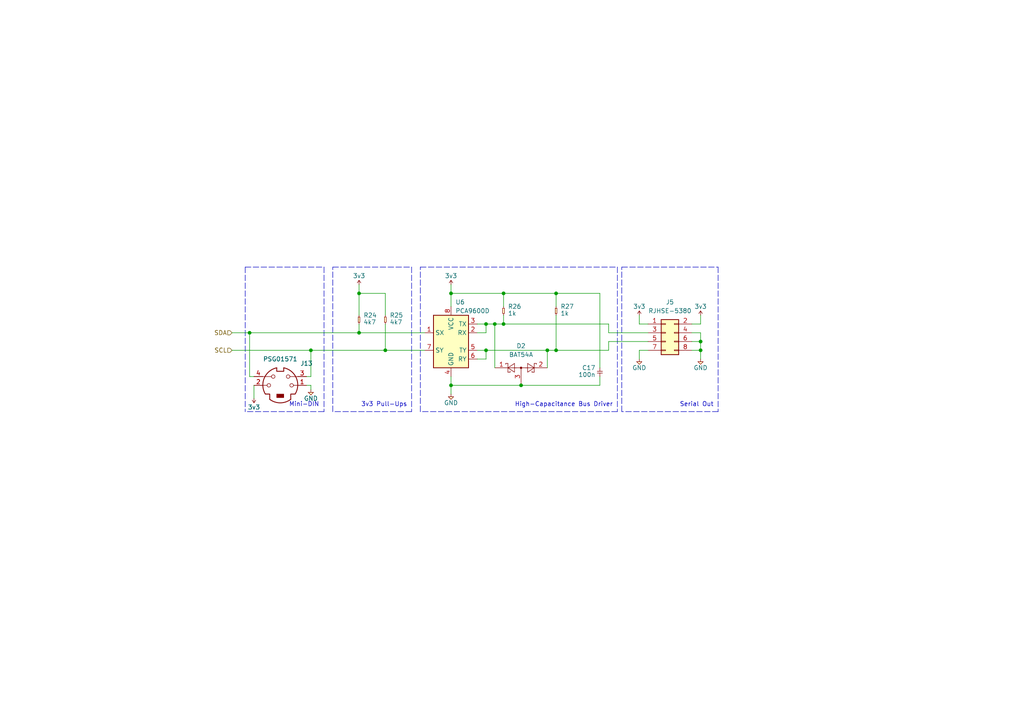
<source format=kicad_sch>
(kicad_sch (version 20211123) (generator eeschema)
  (paper "A4")
  (title_block (title "PROJECT ROYALE INSTRUMENTATION") (date "2021-11-26") (rev "2.1") (company "Cambridge University Spaceflight") (comment 1 "Drawn By Henry Franks"))
  (lib_symbols
    (symbol "Connector:Mini-DIN-4" (pin_names (offset 1.016))
      (property "Reference" "J" (at 0 6.35 0))
      (property "Value" "Mini-DIN-4" (at 0 -6.35 0))
      (symbol "Mini-DIN-4_0_1"
        (circle (center -3.302 0) (radius 0.508))
        (arc (start -3.048 -4.064) (mid 0 -5.08) (end 3.048 -4.064) (stroke (width 0.254)))
        (circle (center -2.032 2.54) (radius 0.508))
        (rectangle (start -1.016 -2.54) (end 1.016 -3.556) (fill (type outline)))
        (arc (start -1.016 5.08) (mid -4.6243 2.1182) (end -4.318 -2.54) (stroke (width 0.254)))
        (polyline (pts (xy -3.81 0) (xy -5.08 0)))
        (polyline (pts (xy -2.54 2.54) (xy -5.08 2.54)))
        (polyline (pts (xy 2.794 2.54) (xy 5.08 2.54)))
        (polyline (pts (xy 5.08 0) (xy 3.81 0)))
        (polyline (pts (xy -4.318 -2.54) (xy -3.048 -2.54) (xy -3.048 -4.064)) (stroke (width 0.254)))
        (polyline (pts (xy 4.318 -2.54) (xy 3.048 -2.54) (xy 3.048 -4.064)) (stroke (width 0.254)))
        (polyline (pts (xy -1.016 5.08) (xy -1.016 4.064) (xy 1.016 4.064) (xy 1.016 5.08)) (stroke (width 0.254)))
        (circle (center 2.286 2.54) (radius 0.508))
        (circle (center 3.302 0) (radius 0.508))
        (arc (start 4.318 -2.54) (mid 4.6646 2.1357) (end 1.016 5.08) (stroke (width 0.254)))
      )
      (symbol "Mini-DIN-4_1_1"
        (pin passive line (at 7.62 0 180) (length 2.54) (name "~") (number "1"))
        (pin passive line (at -7.62 0 0) (length 2.54) (name "~") (number "2"))
        (pin passive line (at 7.62 2.54 180) (length 2.54) (name "~") (number "3"))
        (pin passive line (at -7.62 2.54 0) (length 2.54) (name "~") (number "4"))
      )
    )
    (symbol "Diode:BAT54A" (pin_names (offset 1.016))
      (property "Reference" "D" (at 0.635 -3.81 0))
      (property "Value" "BAT54A" (at -6.35 3.175 0))
      (symbol "BAT54A_0_1"
        (polyline (pts (xy -4.445 1.27) (xy -4.445 1.016)))
        (polyline (pts (xy -3.81 -1.27) (xy -3.81 1.27)))
        (polyline (pts (xy -3.81 -1.27) (xy -3.175 -1.27)))
        (polyline (pts (xy -3.81 0) (xy -1.27 0)))
        (polyline (pts (xy -3.81 1.27) (xy -4.445 1.27)))
        (polyline (pts (xy -3.175 -1.27) (xy -3.175 -1.016)))
        (polyline (pts (xy -1.905 0) (xy 1.905 0)))
        (polyline (pts (xy 1.27 0) (xy 3.81 0)))
        (polyline (pts (xy 3.175 -1.27) (xy 3.175 -1.016)))
        (polyline (pts (xy 3.81 -1.27) (xy 3.175 -1.27)))
        (polyline (pts (xy 3.81 -1.27) (xy 3.81 1.27)))
        (polyline (pts (xy 3.81 1.27) (xy 4.445 1.27)))
        (polyline (pts (xy 4.445 1.27) (xy 4.445 1.016)))
        (polyline (pts (xy -1.905 1.27) (xy -1.905 -1.27) (xy -3.81 0) (xy -1.905 1.27)))
        (polyline (pts (xy 1.905 1.27) (xy 1.905 -1.27) (xy 3.81 0) (xy 1.905 1.27)))
        (circle (center 0 0) (radius 0.254) (fill (type outline)))
      )
      (symbol "BAT54A_1_1"
        (pin passive line (at -7.62 0 0) (length 3.81) (name "~") (number "1"))
        (pin passive line (at 7.62 0 180) (length 3.81) (name "~") (number "2"))
        (pin passive line (at 0 -5.08 90) (length 5.08) (name "~") (number "3"))
      )
    )
    (symbol "cusf-kicad:GND" (power) (pin_numbers hide) (pin_names (offset 1.016) hide)
      (property "Value" "cusf-kicad_GND" (at 0 -2.54 0))
      (symbol "GND_0_1"
        (polyline (pts (xy 0 0) (xy 0 -0.762)))
        (polyline (pts (xy -0.762 -0.762) (xy 0.762 -0.762) (xy 0 -1.524) (xy -0.762 -0.762)) (fill (type background)))
      )
      (symbol "GND_1_1"
        (pin power_in line (at 0 0 180) (length 0) hide (name "GND") (number "1"))
      )
    )
    (symbol "royale:12v" (power) (pin_numbers hide) (pin_names (offset 1.016) hide)
      (property "Value" "12v" (at 0 2.286 0))
      (symbol "12v_0_1"
        (polyline (pts (xy 0 1.27) (xy 0.508 0.508)))
        (polyline (pts (xy 0 0) (xy 0 1.27) (xy -0.508 0.508)))
      )
      (symbol "12v_1_1"
        (pin power_in line (at 0 0 180) (length 0) hide (name "3v3") (number "1"))
      )
    )
    (symbol "royale:3v3" (power) (pin_numbers hide) (pin_names (offset 1.016) hide)
      (property "Value" "3v3" (at 0 2.286 0))
      (symbol "3v3_0_1"
        (polyline (pts (xy 0 1.27) (xy 0.508 0.508)))
        (polyline (pts (xy 0 0) (xy 0 1.27) (xy -0.508 0.508)))
      )
      (symbol "3v3_1_1"
        (pin power_in line (at 0 0 180) (length 0) hide (name "3v3") (number "1"))
      )
    )
    (symbol "royale:C" (pin_numbers hide) (pin_names (offset 1.016) hide)
      (property "Reference" "C" (at 1.27 1.778 0))
      (property "Value" "C" (at 1.27 -1.778 0))
      (symbol "C_0_1"
        (polyline (pts (xy 1.016 0.762) (xy 1.016 -0.762)))
        (polyline (pts (xy 1.524 0.762) (xy 1.524 -0.762)))
      )
      (symbol "C_1_1"
        (pin passive line (at 0 0 0) (length 1.016) (name "~") (number "1"))
        (pin passive line (at 2.54 0 180) (length 1.016) (name "~") (number "2"))
      )
    )
    (symbol "royale:Conn_02x04" (pin_names (offset 1.016) hide)
      (property "Reference" "J" (at 1.27 5.08 0))
      (property "Value" "Conn_02x04" (at 1.27 -7.62 0))
      (symbol "Conn_02x04_1_1"
        (rectangle (start -1.27 -4.953) (end 0 -5.207) (stroke (width 0.1524)))
        (rectangle (start -1.27 -2.413) (end 0 -2.667) (stroke (width 0.1524)))
        (rectangle (start -1.27 0.127) (end 0 -0.127) (stroke (width 0.1524)))
        (rectangle (start -1.27 2.667) (end 0 2.413) (stroke (width 0.1524)))
        (rectangle (start -1.27 3.81) (end 3.81 -6.35) (stroke (width 0.254)) (fill (type background)))
        (rectangle (start 3.81 -4.953) (end 2.54 -5.207) (stroke (width 0.1524)))
        (rectangle (start 3.81 -2.413) (end 2.54 -2.667) (stroke (width 0.1524)))
        (rectangle (start 3.81 0.127) (end 2.54 -0.127) (stroke (width 0.1524)))
        (rectangle (start 3.81 2.667) (end 2.54 2.413) (stroke (width 0.1524)))
        (pin passive line (at -5.08 2.54 0) (length 3.81) (name "Pin_1") (number "1"))
        (pin passive line (at 7.62 2.54 180) (length 3.81) (name "Pin_2") (number "2"))
        (pin passive line (at -5.08 0 0) (length 3.81) (name "Pin_3") (number "3"))
        (pin passive line (at 7.62 0 180) (length 3.81) (name "Pin_4") (number "4"))
        (pin passive line (at -5.08 -2.54 0) (length 3.81) (name "Pin_5") (number "5"))
        (pin passive line (at 7.62 -2.54 180) (length 3.81) (name "Pin_6") (number "6"))
        (pin passive line (at -5.08 -5.08 0) (length 3.81) (name "Pin_7") (number "7"))
        (pin passive line (at 7.62 -5.08 180) (length 3.81) (name "Pin_8") (number "8"))
      )
    )
    (symbol "royale:GND" (power) (pin_numbers hide) (pin_names (offset 1.016) hide)
      (property "Value" "GND" (at 0 -2.54 0))
      (symbol "GND_0_1"
        (polyline (pts (xy 0 0) (xy 0 -0.762)))
        (polyline (pts (xy -0.762 -0.762) (xy 0.762 -0.762) (xy 0 -1.524) (xy -0.762 -0.762)) (fill (type background)))
      )
      (symbol "GND_1_1"
        (pin power_in line (at 0 0 180) (length 0) hide (name "GND") (number "1"))
      )
    )
    (symbol "royale:PCA9600D"
      (property "Reference" "U" (at -5.08 8.89 0))
      (property "Value" "PCA9600D" (at 1.27 8.89 0))
      (symbol "PCA9600D_0_1"
        (rectangle (start -5.08 7.62) (end 5.08 -7.62) (stroke (width 0.254)) (fill (type background)))
      )
      (symbol "PCA9600D_1_1"
        (pin bidirectional line (at -7.62 2.54 0) (length 2.54) (name "SX") (number "1"))
        (pin input line (at 7.62 2.54 180) (length 2.54) (name "RX") (number "2"))
        (pin open_collector line (at 7.62 5.08 180) (length 2.54) (name "TX") (number "3"))
        (pin power_in line (at 0 -10.16 90) (length 2.54) (name "GND") (number "4"))
        (pin open_collector line (at 7.62 -2.54 180) (length 2.54) (name "TY") (number "5"))
        (pin input line (at 7.62 -5.08 180) (length 2.54) (name "RY") (number "6"))
        (pin bidirectional line (at -7.62 -2.54 0) (length 2.54) (name "SY") (number "7"))
        (pin power_in line (at 0 10.16 270) (length 2.54) (name "VCC") (number "8"))
      )
    )
    (symbol "royale:R" (pin_numbers hide) (pin_names (offset 1.016) hide)
      (property "Reference" "R" (at 1.27 1.27 0))
      (property "Value" "R" (at 1.27 -1.27 0))
      (symbol "R_0_1"
        (rectangle (start 0.508 0.254) (end 2.032 -0.254) (fill (type background)))
      )
      (symbol "R_1_1"
        (pin passive line (at 0 0 0) (length 0.508) (name "~") (number "1"))
        (pin passive line (at 2.54 0 180) (length 0.508) (name "~") (number "2"))
      )
    )
  )
  (junction (at 158.75 101.6))
  (junction (at 151.13 111.76))
  (junction (at 90.17 101.6))
  (junction (at 146.05 93.98))
  (junction (at 130.81 111.76))
  (junction (at 130.81 85.09))
  (junction (at 104.14 85.09))
  (junction (at 140.97 101.6))
  (junction (at 161.29 101.6))
  (junction (at 104.14 96.52))
  (junction (at 203.2 99.06))
  (junction (at 143.51 93.98))
  (junction (at 146.05 85.09))
  (junction (at 140.97 93.98))
  (junction (at 203.2 101.6))
  (junction (at 111.76 101.6))
  (junction (at 72.39 96.52))
  (junction (at 161.29 85.09))
  (wire (pts (xy 161.29 88.9) (xy 161.29 85.09)))
  (wire (pts (xy 185.42 93.98) (xy 185.42 91.44)))
  (wire (pts (xy 146.05 85.09) (xy 130.81 85.09)))
  (wire (pts (xy 67.31 101.6) (xy 90.17 101.6)))
  (wire (pts (xy 143.51 93.98) (xy 143.51 106.68)))
  (wire (pts (xy 72.39 96.52) (xy 104.14 96.52)))
  (wire (pts (xy 146.05 88.9) (xy 146.05 85.09)))
  (wire (pts (xy 200.66 93.98) (xy 203.2 93.98)))
  (wire (pts (xy 176.53 99.06) (xy 176.53 101.6)))
  (wire (pts (xy 138.43 93.98) (xy 140.97 93.98)))
  (wire (pts (xy 173.99 111.76) (xy 173.99 109.22)))
  (wire (pts (xy 151.13 111.76) (xy 173.99 111.76)))
  (polyline (pts (xy 179.07 119.38) (xy 121.92 119.38)))
  (polyline (pts (xy 180.34 119.38) (xy 180.34 77.47)))
  (wire (pts (xy 146.05 93.98) (xy 176.53 93.98)))
  (wire (pts (xy 200.66 96.52) (xy 203.2 96.52)))
  (wire (pts (xy 138.43 104.14) (xy 140.97 104.14)))
  (polyline (pts (xy 93.98 77.47) (xy 93.98 119.38)))
  (wire (pts (xy 104.14 91.44) (xy 104.14 85.09)))
  (polyline (pts (xy 208.28 119.38) (xy 180.34 119.38)))
  (wire (pts (xy 111.76 85.09) (xy 111.76 91.44)))
  (wire (pts (xy 88.9 111.76) (xy 90.17 111.76)))
  (polyline (pts (xy 119.38 119.38) (xy 96.52 119.38)))
  (wire (pts (xy 90.17 109.22) (xy 90.17 101.6)))
  (wire (pts (xy 73.66 109.22) (xy 72.39 109.22)))
  (wire (pts (xy 130.81 88.9) (xy 130.81 85.09)))
  (wire (pts (xy 173.99 85.09) (xy 161.29 85.09)))
  (polyline (pts (xy 121.92 77.47) (xy 179.07 77.47)))
  (wire (pts (xy 130.81 85.09) (xy 130.81 82.55)))
  (wire (pts (xy 88.9 109.22) (xy 90.17 109.22)))
  (wire (pts (xy 130.81 111.76) (xy 151.13 111.76)))
  (wire (pts (xy 173.99 106.68) (xy 173.99 85.09)))
  (polyline (pts (xy 71.12 77.47) (xy 71.12 119.38)))
  (wire (pts (xy 185.42 101.6) (xy 185.42 104.14)))
  (wire (pts (xy 161.29 101.6) (xy 176.53 101.6)))
  (polyline (pts (xy 96.52 119.38) (xy 96.52 77.47)))
  (wire (pts (xy 67.31 96.52) (xy 72.39 96.52)))
  (wire (pts (xy 140.97 96.52) (xy 140.97 93.98)))
  (polyline (pts (xy 208.28 77.47) (xy 208.28 119.38)))
  (wire (pts (xy 158.75 101.6) (xy 161.29 101.6)))
  (wire (pts (xy 138.43 96.52) (xy 140.97 96.52)))
  (wire (pts (xy 200.66 99.06) (xy 203.2 99.06)))
  (wire (pts (xy 203.2 101.6) (xy 203.2 104.14)))
  (wire (pts (xy 104.14 85.09) (xy 111.76 85.09)))
  (wire (pts (xy 73.66 111.76) (xy 73.66 115.57)))
  (wire (pts (xy 130.81 109.22) (xy 130.81 111.76)))
  (wire (pts (xy 104.14 96.52) (xy 104.14 93.98)))
  (wire (pts (xy 158.75 101.6) (xy 158.75 106.68)))
  (wire (pts (xy 90.17 111.76) (xy 90.17 113.03)))
  (polyline (pts (xy 96.52 77.47) (xy 119.38 77.47)))
  (polyline (pts (xy 179.07 77.47) (xy 179.07 119.38)))
  (wire (pts (xy 130.81 111.76) (xy 130.81 114.3)))
  (wire (pts (xy 123.19 96.52) (xy 104.14 96.52)))
  (polyline (pts (xy 93.98 119.38) (xy 71.12 119.38)))
  (polyline (pts (xy 180.34 77.47) (xy 208.28 77.47)))
  (polyline (pts (xy 119.38 77.47) (xy 119.38 119.38)))
  (wire (pts (xy 111.76 101.6) (xy 123.19 101.6)))
  (polyline (pts (xy 71.12 77.47) (xy 93.98 77.47)))
  (wire (pts (xy 90.17 101.6) (xy 111.76 101.6)))
  (wire (pts (xy 140.97 93.98) (xy 143.51 93.98)))
  (polyline (pts (xy 121.92 119.38) (xy 121.92 77.47)))
  (wire (pts (xy 72.39 96.52) (xy 72.39 109.22)))
  (wire (pts (xy 161.29 91.44) (xy 161.29 101.6)))
  (wire (pts (xy 146.05 93.98) (xy 146.05 91.44)))
  (wire (pts (xy 140.97 101.6) (xy 158.75 101.6)))
  (wire (pts (xy 161.29 85.09) (xy 146.05 85.09)))
  (wire (pts (xy 200.66 101.6) (xy 203.2 101.6)))
  (wire (pts (xy 203.2 96.52) (xy 203.2 99.06)))
  (wire (pts (xy 176.53 99.06) (xy 187.96 99.06)))
  (wire (pts (xy 203.2 99.06) (xy 203.2 101.6)))
  (wire (pts (xy 203.2 93.98) (xy 203.2 91.44)))
  (wire (pts (xy 176.53 96.52) (xy 187.96 96.52)))
  (wire (pts (xy 187.96 101.6) (xy 185.42 101.6)))
  (wire (pts (xy 138.43 101.6) (xy 140.97 101.6)))
  (wire (pts (xy 176.53 93.98) (xy 176.53 96.52)))
  (wire (pts (xy 104.14 85.09) (xy 104.14 82.55)))
  (wire (pts (xy 143.51 93.98) (xy 146.05 93.98)))
  (wire (pts (xy 111.76 93.98) (xy 111.76 101.6)))
  (wire (pts (xy 187.96 93.98) (xy 185.42 93.98)))
  (wire (pts (xy 140.97 104.14) (xy 140.97 101.6)))
  (text "Mini-DIN" (at 83.82 118.11 0) (effects (font (size 1.27 1.27)) (justify left bottom)))
  (text "Serial Out" (at 207.01 118.11 180) (effects (font (size 1.27 1.27)) (justify right bottom)))
  (text "3v3 Pull-Ups" (at 118.11 118.11 180) (effects (font (size 1.27 1.27)) (justify right bottom)))
  (text "High-Capacitance Bus Driver" (at 177.8 118.11 180) (effects (font (size 1.27 1.27)) (justify right bottom)))
  (hierarchical_label "SCL" (shape input) (at 67.31 101.6 180))
  (hierarchical_label "SDA" (shape input) (at 67.31 96.52 180))
  (symbol (lib_id "royale:PCA9600D") (at 130.81 99.06 0)
    (property "Reference" "U6" (at 132.08 87.63 0) (effects (justify left)))
    (property "Value" "PCA9600D" (at 132.08 90.17 0) (effects (justify left)))
    (property "Footprint" "Package_SO:SO-8_3.9x4.9mm_P1.27mm" (effects hide))
    (property "Datasheet" "https://www.nxp.com/docs/en/data-sheet/PCA9600.pdf" (effects hide))
  )
  (symbol (lib_id "royale:R") (at 111.76 91.44 270)
    (property "Reference" "R25" (at 113.03 91.44 90) (effects (justify left)))
    (property "Value" "4k7" (at 113.03 92.71 90) (effects (justify left top)))
    (property "Footprint" "Resistor_SMD:R_0805_2012Metric" (effects hide))
  )
  (symbol (lib_id "royale:R") (at 104.14 91.44 270)
    (property "Reference" "R24" (at 105.41 91.44 90) (effects (justify left)))
    (property "Value" "4k7" (at 105.41 92.71 90) (effects (justify left top)))
    (property "Footprint" "Resistor_SMD:R_0805_2012Metric" (effects hide))
  )
  (symbol (lib_id "royale:R") (at 146.05 88.9 270)
    (property "Reference" "R26" (at 147.32 88.9 90) (effects (justify left)))
    (property "Value" "1k" (at 147.32 90.17 90) (effects (justify left top)))
    (property "Footprint" "Resistor_SMD:R_0805_2012Metric" (effects hide))
  )
  (symbol (lib_id "royale:R") (at 161.29 88.9 270)
    (property "Reference" "R27" (at 162.56 88.9 90) (effects (justify left)))
    (property "Value" "1k" (at 162.56 90.17 90) (effects (justify left top)))
    (property "Footprint" "Resistor_SMD:R_0805_2012Metric" (effects hide))
  )
  (symbol (lib_id "royale:12v") (at 130.81 82.55 0)
    (property "Reference" "#PWR028" (effects hide))
    (property "Value" "12v" (at 130.81 80.01 0))
  )
  (symbol (lib_id "cusf-kicad:GND") (at 130.81 114.3 0)
    (property "Reference" "#PWR029" (effects hide))
    (property "Value" "GND" (at 130.81 116.84 0))
  )
  (symbol (lib_id "royale:GND") (at 203.2 104.14 0)
    (property "Reference" "#PWR051" (effects hide))
    (property "Value" "GND" (at 203.2 106.68 0))
  )
  (symbol (lib_id "royale:GND") (at 185.42 104.14 0)
    (property "Reference" "#PWR049" (effects hide))
    (property "Value" "GND" (at 185.42 106.68 0))
  )
  (symbol (lib_id "royale:Conn_02x04") (at 193.04 96.52 0)
    (property "Reference" "J5" (at 194.31 87.63 0))
    (property "Value" "RJHSE-5380" (at 194.31 90.17 0))
    (property "Footprint" "Connector_RJ:RJ45_Amphenol_RJHSE5380" (effects hide))
    (property "Datasheet" "https://uk.farnell.com/amphenol-icc-commercial-products/rjhse-5080/jack-rj45-1port/dp/1860577?st=rjhse#anchorTechnicalDOCS" (effects hide))
    (property "Farnell" "3048927" (effects hide))
  )
  (symbol (lib_id "royale:3v3") (at 104.14 82.55 0)
    (property "Reference" "#PWR027" (effects hide))
    (property "Value" "3v3" (at 104.14 80.01 0))
  )
  (symbol (lib_id "royale:C") (at 173.99 106.68 90) (mirror x)
    (property "Reference" "C17" (at 172.72 106.68 90) (effects (justify left)))
    (property "Value" "100n" (at 172.72 107.95 90) (effects (justify left top)))
    (property "Footprint" "Capacitor_SMD:C_0805_2012Metric" (effects hide))
  )
  (symbol (lib_id "royale:12v") (at 185.42 91.44 0)
    (property "Reference" "#PWR048" (effects hide))
    (property "Value" "12v" (at 185.42 88.9 0))
  )
  (symbol (lib_id "royale:12v") (at 203.2 91.44 0)
    (property "Reference" "#PWR050" (effects hide))
    (property "Value" "12v" (at 203.2 88.9 0))
  )
  (symbol (lib_id "Diode:BAT54A") (at 151.13 106.68 0)
    (property "Reference" "D2" (at 151.13 100.33 0))
    (property "Value" "BAT54A" (at 151.13 102.87 0))
    (property "Footprint" "Package_TO_SOT_SMD:SOT-23" (effects hide))
    (property "Datasheet" "http://www.diodes.com/_files/datasheets/ds11005.pdf" (effects hide))
  )
  (symbol (lib_id "Connector:Mini-DIN-4") (at 81.28 111.76 0)
    (property "Reference" "J13" (at 88.9 105.41 0))
    (property "Value" "PSG01571" (at 81.2977 104.14 0))
    (property "Footprint" "royale:Mini-Din-Through-Hole" (effects hide))
    (property "Datasheet" "http://service.powerdynamics.com/ec/Catalog17/Section%2011.pdf" (effects hide))
  )
  (symbol (lib_id "cusf-kicad:GND") (at 90.17 113.03 0)
    (property "Reference" "#PWR0103" (effects hide))
    (property "Value" "GND" (at 90.17 115.57 0))
  )
  (symbol (lib_id "royale:12v") (at 73.66 115.57 180)
    (property "Reference" "#PWR0104" (effects hide))
    (property "Value" "12v" (at 73.66 118.11 0))
  )
)
</source>
